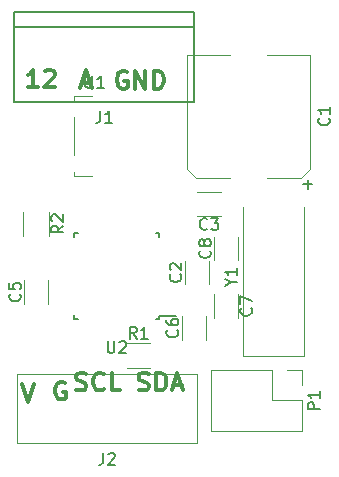
<source format=gbr>
G04 #@! TF.FileFunction,Legend,Top*
%FSLAX46Y46*%
G04 Gerber Fmt 4.6, Leading zero omitted, Abs format (unit mm)*
G04 Created by KiCad (PCBNEW 4.0.2-stable) date 2018-11-15 20:30:23*
%MOMM*%
G01*
G04 APERTURE LIST*
%ADD10C,0.100000*%
%ADD11C,0.300000*%
%ADD12C,0.120000*%
%ADD13C,0.150000*%
G04 APERTURE END LIST*
D10*
D11*
X111785543Y-51980400D02*
X111642686Y-51908971D01*
X111428400Y-51908971D01*
X111214115Y-51980400D01*
X111071257Y-52123257D01*
X110999829Y-52266114D01*
X110928400Y-52551829D01*
X110928400Y-52766114D01*
X110999829Y-53051829D01*
X111071257Y-53194686D01*
X111214115Y-53337543D01*
X111428400Y-53408971D01*
X111571257Y-53408971D01*
X111785543Y-53337543D01*
X111856972Y-53266114D01*
X111856972Y-52766114D01*
X111571257Y-52766114D01*
X112499829Y-53408971D02*
X112499829Y-51908971D01*
X113356972Y-53408971D01*
X113356972Y-51908971D01*
X114071258Y-53408971D02*
X114071258Y-51908971D01*
X114428401Y-51908971D01*
X114642686Y-51980400D01*
X114785544Y-52123257D01*
X114856972Y-52266114D01*
X114928401Y-52551829D01*
X114928401Y-52766114D01*
X114856972Y-53051829D01*
X114785544Y-53194686D01*
X114642686Y-53337543D01*
X114428401Y-53408971D01*
X114071258Y-53408971D01*
X107999257Y-52929600D02*
X108713543Y-52929600D01*
X107856400Y-53358171D02*
X108356400Y-51858171D01*
X108856400Y-53358171D01*
X104260686Y-53307371D02*
X103403543Y-53307371D01*
X103832115Y-53307371D02*
X103832115Y-51807371D01*
X103689258Y-52021657D01*
X103546400Y-52164514D01*
X103403543Y-52235943D01*
X104832114Y-51950229D02*
X104903543Y-51878800D01*
X105046400Y-51807371D01*
X105403543Y-51807371D01*
X105546400Y-51878800D01*
X105617829Y-51950229D01*
X105689257Y-52093086D01*
X105689257Y-52235943D01*
X105617829Y-52450229D01*
X104760686Y-53307371D01*
X105689257Y-53307371D01*
X107498915Y-78889943D02*
X107713201Y-78961371D01*
X108070344Y-78961371D01*
X108213201Y-78889943D01*
X108284630Y-78818514D01*
X108356058Y-78675657D01*
X108356058Y-78532800D01*
X108284630Y-78389943D01*
X108213201Y-78318514D01*
X108070344Y-78247086D01*
X107784630Y-78175657D01*
X107641772Y-78104229D01*
X107570344Y-78032800D01*
X107498915Y-77889943D01*
X107498915Y-77747086D01*
X107570344Y-77604229D01*
X107641772Y-77532800D01*
X107784630Y-77461371D01*
X108141772Y-77461371D01*
X108356058Y-77532800D01*
X109856058Y-78818514D02*
X109784629Y-78889943D01*
X109570343Y-78961371D01*
X109427486Y-78961371D01*
X109213201Y-78889943D01*
X109070343Y-78747086D01*
X108998915Y-78604229D01*
X108927486Y-78318514D01*
X108927486Y-78104229D01*
X108998915Y-77818514D01*
X109070343Y-77675657D01*
X109213201Y-77532800D01*
X109427486Y-77461371D01*
X109570343Y-77461371D01*
X109784629Y-77532800D01*
X109856058Y-77604229D01*
X111213201Y-78961371D02*
X110498915Y-78961371D01*
X110498915Y-77461371D01*
X112784629Y-78889943D02*
X112998915Y-78961371D01*
X113356058Y-78961371D01*
X113498915Y-78889943D01*
X113570344Y-78818514D01*
X113641772Y-78675657D01*
X113641772Y-78532800D01*
X113570344Y-78389943D01*
X113498915Y-78318514D01*
X113356058Y-78247086D01*
X113070344Y-78175657D01*
X112927486Y-78104229D01*
X112856058Y-78032800D01*
X112784629Y-77889943D01*
X112784629Y-77747086D01*
X112856058Y-77604229D01*
X112927486Y-77532800D01*
X113070344Y-77461371D01*
X113427486Y-77461371D01*
X113641772Y-77532800D01*
X114284629Y-78961371D02*
X114284629Y-77461371D01*
X114641772Y-77461371D01*
X114856057Y-77532800D01*
X114998915Y-77675657D01*
X115070343Y-77818514D01*
X115141772Y-78104229D01*
X115141772Y-78318514D01*
X115070343Y-78604229D01*
X114998915Y-78747086D01*
X114856057Y-78889943D01*
X114641772Y-78961371D01*
X114284629Y-78961371D01*
X115713200Y-78532800D02*
X116427486Y-78532800D01*
X115570343Y-78961371D02*
X116070343Y-77461371D01*
X116570343Y-78961371D01*
X106564857Y-78294800D02*
X106422000Y-78223371D01*
X106207714Y-78223371D01*
X105993429Y-78294800D01*
X105850571Y-78437657D01*
X105779143Y-78580514D01*
X105707714Y-78866229D01*
X105707714Y-79080514D01*
X105779143Y-79366229D01*
X105850571Y-79509086D01*
X105993429Y-79651943D01*
X106207714Y-79723371D01*
X106350571Y-79723371D01*
X106564857Y-79651943D01*
X106636286Y-79580514D01*
X106636286Y-79080514D01*
X106350571Y-79080514D01*
X102928800Y-78426571D02*
X103428800Y-79926571D01*
X103928800Y-78426571D01*
D12*
X107338700Y-54379400D02*
X107338700Y-54029400D01*
X107338700Y-54029400D02*
X108838700Y-54029400D01*
X107338700Y-59029400D02*
X107338700Y-55829400D01*
X108838700Y-60829400D02*
X107338700Y-60829400D01*
X107338700Y-60829400D02*
X107338700Y-60429400D01*
X102485500Y-77557900D02*
X117725500Y-77557900D01*
X117725500Y-83397900D02*
X102485500Y-83397900D01*
X102485500Y-83397900D02*
X102485500Y-77557900D01*
X117725500Y-83397900D02*
X117725500Y-77557900D01*
X117609700Y-60950300D02*
X120499700Y-60950300D01*
X126509700Y-60950300D02*
X123619700Y-60950300D01*
X127269700Y-50530300D02*
X123619700Y-50530300D01*
X116849700Y-50530300D02*
X120499700Y-50530300D01*
X127269700Y-50530300D02*
X127269700Y-60190300D01*
X127269700Y-60190300D02*
X126509700Y-60950300D01*
X117609700Y-60950300D02*
X116849700Y-60190300D01*
X116849700Y-60190300D02*
X116849700Y-50530300D01*
X116683600Y-67962400D02*
X116683600Y-69962400D01*
X118723600Y-69962400D02*
X118723600Y-67962400D01*
X117757700Y-64189800D02*
X119757700Y-64189800D01*
X119757700Y-62149800D02*
X117757700Y-62149800D01*
X103081900Y-69624700D02*
X103081900Y-71624700D01*
X105121900Y-71624700D02*
X105121900Y-69624700D01*
X116416900Y-72672700D02*
X116416900Y-74672700D01*
X118456900Y-74672700D02*
X118456900Y-72672700D01*
X121212800Y-72831200D02*
X121212800Y-70831200D01*
X119172800Y-70831200D02*
X119172800Y-72831200D01*
X119172800Y-65954400D02*
X119172800Y-67954400D01*
X121212800Y-67954400D02*
X121212800Y-65954400D01*
X113776000Y-77041400D02*
X111776000Y-77041400D01*
X111776000Y-74901400D02*
X113776000Y-74901400D01*
X103019200Y-65846200D02*
X103019200Y-63846200D01*
X105159200Y-63846200D02*
X105159200Y-65846200D01*
D13*
X114546800Y-72890800D02*
X114546800Y-72665800D01*
X107296800Y-72890800D02*
X107296800Y-72565800D01*
X107296800Y-65640800D02*
X107296800Y-65965800D01*
X114546800Y-65640800D02*
X114546800Y-65965800D01*
X114546800Y-72890800D02*
X114221800Y-72890800D01*
X114546800Y-65640800D02*
X114221800Y-65640800D01*
X107296800Y-65640800D02*
X107621800Y-65640800D01*
X107296800Y-72890800D02*
X107621800Y-72890800D01*
X114546800Y-72665800D02*
X115971800Y-72665800D01*
D12*
X121643300Y-63442000D02*
X121643300Y-76042000D01*
X121643300Y-76042000D02*
X126743300Y-76042000D01*
X126743300Y-76042000D02*
X126743300Y-63442000D01*
X118913600Y-77206800D02*
X118913600Y-82406800D01*
X124053600Y-77206800D02*
X118913600Y-77206800D01*
X126653600Y-82406800D02*
X118913600Y-82406800D01*
X124053600Y-77206800D02*
X124053600Y-79806800D01*
X124053600Y-79806800D02*
X126653600Y-79806800D01*
X126653600Y-79806800D02*
X126653600Y-82406800D01*
X125323600Y-77206800D02*
X126653600Y-77206800D01*
X126653600Y-77206800D02*
X126653600Y-78536800D01*
D13*
X117500400Y-46939200D02*
X117500400Y-54559200D01*
X102260400Y-46939200D02*
X102260400Y-54559200D01*
X117500400Y-48209200D02*
X102260400Y-48209200D01*
X117500400Y-54559200D02*
X102260400Y-54559200D01*
X117500400Y-46939200D02*
X102260400Y-46939200D01*
X108276795Y-52331781D02*
X108276795Y-53141305D01*
X108324414Y-53236543D01*
X108372033Y-53284162D01*
X108467271Y-53331781D01*
X108657748Y-53331781D01*
X108752986Y-53284162D01*
X108800605Y-53236543D01*
X108848224Y-53141305D01*
X108848224Y-52331781D01*
X109848224Y-53331781D02*
X109276795Y-53331781D01*
X109562509Y-53331781D02*
X109562509Y-52331781D01*
X109467271Y-52474638D01*
X109372033Y-52569876D01*
X109276795Y-52617495D01*
X109772167Y-84250281D02*
X109772167Y-84964567D01*
X109724547Y-85107424D01*
X109629309Y-85202662D01*
X109486452Y-85250281D01*
X109391214Y-85250281D01*
X110200738Y-84345519D02*
X110248357Y-84297900D01*
X110343595Y-84250281D01*
X110581691Y-84250281D01*
X110676929Y-84297900D01*
X110724548Y-84345519D01*
X110772167Y-84440757D01*
X110772167Y-84535995D01*
X110724548Y-84678852D01*
X110153119Y-85250281D01*
X110772167Y-85250281D01*
X128876843Y-55906966D02*
X128924462Y-55954585D01*
X128972081Y-56097442D01*
X128972081Y-56192680D01*
X128924462Y-56335538D01*
X128829224Y-56430776D01*
X128733986Y-56478395D01*
X128543510Y-56526014D01*
X128400652Y-56526014D01*
X128210176Y-56478395D01*
X128114938Y-56430776D01*
X128019700Y-56335538D01*
X127972081Y-56192680D01*
X127972081Y-56097442D01*
X128019700Y-55954585D01*
X128067319Y-55906966D01*
X128972081Y-54954585D02*
X128972081Y-55526014D01*
X128972081Y-55240300D02*
X127972081Y-55240300D01*
X128114938Y-55335538D01*
X128210176Y-55430776D01*
X128257795Y-55526014D01*
X127101129Y-61901252D02*
X127101129Y-61139347D01*
X127482081Y-61520299D02*
X126720176Y-61520299D01*
X116310743Y-69129066D02*
X116358362Y-69176685D01*
X116405981Y-69319542D01*
X116405981Y-69414780D01*
X116358362Y-69557638D01*
X116263124Y-69652876D01*
X116167886Y-69700495D01*
X115977410Y-69748114D01*
X115834552Y-69748114D01*
X115644076Y-69700495D01*
X115548838Y-69652876D01*
X115453600Y-69557638D01*
X115405981Y-69414780D01*
X115405981Y-69319542D01*
X115453600Y-69176685D01*
X115501219Y-69129066D01*
X115501219Y-68748114D02*
X115453600Y-68700495D01*
X115405981Y-68605257D01*
X115405981Y-68367161D01*
X115453600Y-68271923D01*
X115501219Y-68224304D01*
X115596457Y-68176685D01*
X115691695Y-68176685D01*
X115834552Y-68224304D01*
X116405981Y-68795733D01*
X116405981Y-68176685D01*
X118591034Y-65276943D02*
X118543415Y-65324562D01*
X118400558Y-65372181D01*
X118305320Y-65372181D01*
X118162462Y-65324562D01*
X118067224Y-65229324D01*
X118019605Y-65134086D01*
X117971986Y-64943610D01*
X117971986Y-64800752D01*
X118019605Y-64610276D01*
X118067224Y-64515038D01*
X118162462Y-64419800D01*
X118305320Y-64372181D01*
X118400558Y-64372181D01*
X118543415Y-64419800D01*
X118591034Y-64467419D01*
X118924367Y-64372181D02*
X119543415Y-64372181D01*
X119210081Y-64753133D01*
X119352939Y-64753133D01*
X119448177Y-64800752D01*
X119495796Y-64848371D01*
X119543415Y-64943610D01*
X119543415Y-65181705D01*
X119495796Y-65276943D01*
X119448177Y-65324562D01*
X119352939Y-65372181D01*
X119067224Y-65372181D01*
X118971986Y-65324562D01*
X118924367Y-65276943D01*
X102709043Y-70791366D02*
X102756662Y-70838985D01*
X102804281Y-70981842D01*
X102804281Y-71077080D01*
X102756662Y-71219938D01*
X102661424Y-71315176D01*
X102566186Y-71362795D01*
X102375710Y-71410414D01*
X102232852Y-71410414D01*
X102042376Y-71362795D01*
X101947138Y-71315176D01*
X101851900Y-71219938D01*
X101804281Y-71077080D01*
X101804281Y-70981842D01*
X101851900Y-70838985D01*
X101899519Y-70791366D01*
X101804281Y-69886604D02*
X101804281Y-70362795D01*
X102280471Y-70410414D01*
X102232852Y-70362795D01*
X102185233Y-70267557D01*
X102185233Y-70029461D01*
X102232852Y-69934223D01*
X102280471Y-69886604D01*
X102375710Y-69838985D01*
X102613805Y-69838985D01*
X102709043Y-69886604D01*
X102756662Y-69934223D01*
X102804281Y-70029461D01*
X102804281Y-70267557D01*
X102756662Y-70362795D01*
X102709043Y-70410414D01*
X116044043Y-73839366D02*
X116091662Y-73886985D01*
X116139281Y-74029842D01*
X116139281Y-74125080D01*
X116091662Y-74267938D01*
X115996424Y-74363176D01*
X115901186Y-74410795D01*
X115710710Y-74458414D01*
X115567852Y-74458414D01*
X115377376Y-74410795D01*
X115282138Y-74363176D01*
X115186900Y-74267938D01*
X115139281Y-74125080D01*
X115139281Y-74029842D01*
X115186900Y-73886985D01*
X115234519Y-73839366D01*
X115139281Y-72982223D02*
X115139281Y-73172700D01*
X115186900Y-73267938D01*
X115234519Y-73315557D01*
X115377376Y-73410795D01*
X115567852Y-73458414D01*
X115948805Y-73458414D01*
X116044043Y-73410795D01*
X116091662Y-73363176D01*
X116139281Y-73267938D01*
X116139281Y-73077461D01*
X116091662Y-72982223D01*
X116044043Y-72934604D01*
X115948805Y-72886985D01*
X115710710Y-72886985D01*
X115615471Y-72934604D01*
X115567852Y-72982223D01*
X115520233Y-73077461D01*
X115520233Y-73267938D01*
X115567852Y-73363176D01*
X115615471Y-73410795D01*
X115710710Y-73458414D01*
X122299943Y-71997866D02*
X122347562Y-72045485D01*
X122395181Y-72188342D01*
X122395181Y-72283580D01*
X122347562Y-72426438D01*
X122252324Y-72521676D01*
X122157086Y-72569295D01*
X121966610Y-72616914D01*
X121823752Y-72616914D01*
X121633276Y-72569295D01*
X121538038Y-72521676D01*
X121442800Y-72426438D01*
X121395181Y-72283580D01*
X121395181Y-72188342D01*
X121442800Y-72045485D01*
X121490419Y-71997866D01*
X121395181Y-71664533D02*
X121395181Y-70997866D01*
X122395181Y-71426438D01*
X118799943Y-67121066D02*
X118847562Y-67168685D01*
X118895181Y-67311542D01*
X118895181Y-67406780D01*
X118847562Y-67549638D01*
X118752324Y-67644876D01*
X118657086Y-67692495D01*
X118466610Y-67740114D01*
X118323752Y-67740114D01*
X118133276Y-67692495D01*
X118038038Y-67644876D01*
X117942800Y-67549638D01*
X117895181Y-67406780D01*
X117895181Y-67311542D01*
X117942800Y-67168685D01*
X117990419Y-67121066D01*
X118323752Y-66549638D02*
X118276133Y-66644876D01*
X118228514Y-66692495D01*
X118133276Y-66740114D01*
X118085657Y-66740114D01*
X117990419Y-66692495D01*
X117942800Y-66644876D01*
X117895181Y-66549638D01*
X117895181Y-66359161D01*
X117942800Y-66263923D01*
X117990419Y-66216304D01*
X118085657Y-66168685D01*
X118133276Y-66168685D01*
X118228514Y-66216304D01*
X118276133Y-66263923D01*
X118323752Y-66359161D01*
X118323752Y-66549638D01*
X118371371Y-66644876D01*
X118418990Y-66692495D01*
X118514229Y-66740114D01*
X118704705Y-66740114D01*
X118799943Y-66692495D01*
X118847562Y-66644876D01*
X118895181Y-66549638D01*
X118895181Y-66359161D01*
X118847562Y-66263923D01*
X118799943Y-66216304D01*
X118704705Y-66168685D01*
X118514229Y-66168685D01*
X118418990Y-66216304D01*
X118371371Y-66263923D01*
X118323752Y-66359161D01*
X112609334Y-74573781D02*
X112276000Y-74097590D01*
X112037905Y-74573781D02*
X112037905Y-73573781D01*
X112418858Y-73573781D01*
X112514096Y-73621400D01*
X112561715Y-73669019D01*
X112609334Y-73764257D01*
X112609334Y-73907114D01*
X112561715Y-74002352D01*
X112514096Y-74049971D01*
X112418858Y-74097590D01*
X112037905Y-74097590D01*
X113561715Y-74573781D02*
X112990286Y-74573781D01*
X113276000Y-74573781D02*
X113276000Y-73573781D01*
X113180762Y-73716638D01*
X113085524Y-73811876D01*
X112990286Y-73859495D01*
X106391581Y-65012866D02*
X105915390Y-65346200D01*
X106391581Y-65584295D02*
X105391581Y-65584295D01*
X105391581Y-65203342D01*
X105439200Y-65108104D01*
X105486819Y-65060485D01*
X105582057Y-65012866D01*
X105724914Y-65012866D01*
X105820152Y-65060485D01*
X105867771Y-65108104D01*
X105915390Y-65203342D01*
X105915390Y-65584295D01*
X105486819Y-64631914D02*
X105439200Y-64584295D01*
X105391581Y-64489057D01*
X105391581Y-64250961D01*
X105439200Y-64155723D01*
X105486819Y-64108104D01*
X105582057Y-64060485D01*
X105677295Y-64060485D01*
X105820152Y-64108104D01*
X106391581Y-64679533D01*
X106391581Y-64060485D01*
X110159895Y-74768181D02*
X110159895Y-75577705D01*
X110207514Y-75672943D01*
X110255133Y-75720562D01*
X110350371Y-75768181D01*
X110540848Y-75768181D01*
X110636086Y-75720562D01*
X110683705Y-75672943D01*
X110731324Y-75577705D01*
X110731324Y-74768181D01*
X111159895Y-74863419D02*
X111207514Y-74815800D01*
X111302752Y-74768181D01*
X111540848Y-74768181D01*
X111636086Y-74815800D01*
X111683705Y-74863419D01*
X111731324Y-74958657D01*
X111731324Y-75053895D01*
X111683705Y-75196752D01*
X111112276Y-75768181D01*
X111731324Y-75768181D01*
X120619490Y-69818191D02*
X121095681Y-69818191D01*
X120095681Y-70151524D02*
X120619490Y-69818191D01*
X120095681Y-69484857D01*
X121095681Y-68627714D02*
X121095681Y-69199143D01*
X121095681Y-68913429D02*
X120095681Y-68913429D01*
X120238538Y-69008667D01*
X120333776Y-69103905D01*
X120381395Y-69199143D01*
X128105981Y-80544895D02*
X127105981Y-80544895D01*
X127105981Y-80163942D01*
X127153600Y-80068704D01*
X127201219Y-80021085D01*
X127296457Y-79973466D01*
X127439314Y-79973466D01*
X127534552Y-80021085D01*
X127582171Y-80068704D01*
X127629790Y-80163942D01*
X127629790Y-80544895D01*
X128105981Y-79021085D02*
X128105981Y-79592514D01*
X128105981Y-79306800D02*
X127105981Y-79306800D01*
X127248838Y-79402038D01*
X127344076Y-79497276D01*
X127391695Y-79592514D01*
X109547067Y-55281581D02*
X109547067Y-55995867D01*
X109499447Y-56138724D01*
X109404209Y-56233962D01*
X109261352Y-56281581D01*
X109166114Y-56281581D01*
X110547067Y-56281581D02*
X109975638Y-56281581D01*
X110261352Y-56281581D02*
X110261352Y-55281581D01*
X110166114Y-55424438D01*
X110070876Y-55519676D01*
X109975638Y-55567295D01*
M02*

</source>
